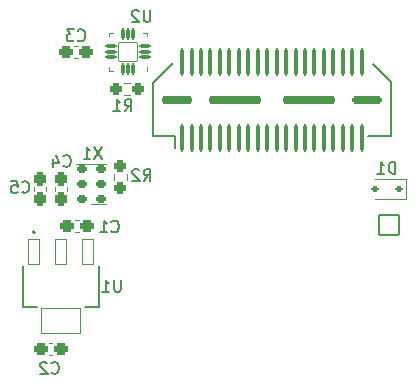
<source format=gbr>
%TF.GenerationSoftware,KiCad,Pcbnew,7.0.1*%
%TF.CreationDate,2023-09-03T17:39:56-04:00*%
%TF.ProjectId,syzygy-breakout-flash-1V8,73797a79-6779-42d6-9272-65616b6f7574,r1.0*%
%TF.SameCoordinates,PX66851e0PY4d70380*%
%TF.FileFunction,Legend,Bot*%
%TF.FilePolarity,Positive*%
%FSLAX46Y46*%
G04 Gerber Fmt 4.6, Leading zero omitted, Abs format (unit mm)*
G04 Created by KiCad (PCBNEW 7.0.1) date 2023-09-03 17:39:56*
%MOMM*%
%LPD*%
G01*
G04 APERTURE LIST*
G04 Aperture macros list*
%AMRoundRect*
0 Rectangle with rounded corners*
0 $1 Rounding radius*
0 $2 $3 $4 $5 $6 $7 $8 $9 X,Y pos of 4 corners*
0 Add a 4 corners polygon primitive as box body*
4,1,4,$2,$3,$4,$5,$6,$7,$8,$9,$2,$3,0*
0 Add four circle primitives for the rounded corners*
1,1,$1+$1,$2,$3*
1,1,$1+$1,$4,$5*
1,1,$1+$1,$6,$7*
1,1,$1+$1,$8,$9*
0 Add four rect primitives between the rounded corners*
20,1,$1+$1,$2,$3,$4,$5,0*
20,1,$1+$1,$4,$5,$6,$7,0*
20,1,$1+$1,$6,$7,$8,$9,0*
20,1,$1+$1,$8,$9,$2,$3,0*%
%AMFreePoly0*
4,1,27,0.394441,0.171933,0.429796,0.157288,0.457288,0.129796,0.471933,0.094441,0.475800,0.075000,0.475800,0.045711,0.471933,0.026270,0.457288,-0.009085,0.446276,-0.025565,0.325565,-0.146276,0.309085,-0.157288,0.273730,-0.171933,0.254289,-0.175800,-0.375000,-0.175800,-0.394441,-0.171933,-0.429796,-0.157288,-0.457288,-0.129796,-0.471933,-0.094441,-0.475800,-0.075000,-0.475800,0.075000,
-0.471933,0.094441,-0.457288,0.129796,-0.429796,0.157288,-0.394441,0.171933,-0.375000,0.175800,0.375000,0.175800,0.394441,0.171933,0.394441,0.171933,$1*%
%AMFreePoly1*
4,1,27,0.273730,0.171933,0.309085,0.157288,0.325565,0.146276,0.446276,0.025565,0.457288,0.009085,0.471933,-0.026270,0.475800,-0.045711,0.475800,-0.075000,0.471933,-0.094441,0.457288,-0.129796,0.429796,-0.157288,0.394441,-0.171933,0.375000,-0.175800,-0.375000,-0.175800,-0.394441,-0.171933,-0.429796,-0.157288,-0.457288,-0.129796,-0.471933,-0.094441,-0.475800,-0.075000,-0.475800,0.075000,
-0.471933,0.094441,-0.457288,0.129796,-0.429796,0.157288,-0.394441,0.171933,-0.375000,0.175800,0.254289,0.175800,0.273730,0.171933,0.273730,0.171933,$1*%
%AMFreePoly2*
4,1,27,0.094441,0.471933,0.129796,0.457288,0.157288,0.429796,0.171933,0.394441,0.175800,0.375000,0.175800,-0.375000,0.171933,-0.394441,0.157288,-0.429796,0.129796,-0.457288,0.094441,-0.471933,0.075000,-0.475800,0.045711,-0.475800,0.026270,-0.471933,-0.009085,-0.457288,-0.025565,-0.446276,-0.146276,-0.325565,-0.157288,-0.309085,-0.171933,-0.273730,-0.175800,-0.254289,-0.175800,0.375000,
-0.171933,0.394441,-0.157288,0.429796,-0.129796,0.457288,-0.094441,0.471933,-0.075000,0.475800,0.075000,0.475800,0.094441,0.471933,0.094441,0.471933,$1*%
%AMFreePoly3*
4,1,27,0.094441,0.471933,0.129796,0.457288,0.157288,0.429796,0.171933,0.394441,0.175800,0.375000,0.175800,-0.254289,0.171933,-0.273730,0.157288,-0.309085,0.146276,-0.325565,0.025565,-0.446276,0.009085,-0.457288,-0.026270,-0.471933,-0.045711,-0.475800,-0.075000,-0.475800,-0.094441,-0.471933,-0.129796,-0.457288,-0.157288,-0.429796,-0.171933,-0.394441,-0.175800,-0.375000,-0.175800,0.375000,
-0.171933,0.394441,-0.157288,0.429796,-0.129796,0.457288,-0.094441,0.471933,-0.075000,0.475800,0.075000,0.475800,0.094441,0.471933,0.094441,0.471933,$1*%
%AMFreePoly4*
4,1,27,0.394441,0.171933,0.429796,0.157288,0.457288,0.129796,0.471933,0.094441,0.475800,0.075000,0.475800,-0.075000,0.471933,-0.094441,0.457288,-0.129796,0.429796,-0.157288,0.394441,-0.171933,0.375000,-0.175800,-0.375000,-0.175800,-0.394441,-0.171933,-0.429796,-0.157288,-0.457288,-0.129796,-0.471933,-0.094441,-0.475800,-0.075000,-0.475800,-0.045711,-0.471933,-0.026271,-0.457288,0.009085,
-0.446276,0.025566,-0.325564,0.146276,-0.309084,0.157288,-0.273730,0.171933,-0.254289,0.175800,0.375000,0.175800,0.394441,0.171933,0.394441,0.171933,$1*%
%AMFreePoly5*
4,1,27,0.394441,0.171933,0.429796,0.157288,0.457288,0.129796,0.471933,0.094441,0.475800,0.075000,0.475800,-0.075000,0.471933,-0.094441,0.457288,-0.129796,0.429796,-0.157288,0.394441,-0.171933,0.375000,-0.175800,-0.254289,-0.175800,-0.273730,-0.171933,-0.309085,-0.157288,-0.325565,-0.146276,-0.446276,-0.025565,-0.457288,-0.009085,-0.471933,0.026270,-0.475800,0.045711,-0.475800,0.075000,
-0.471933,0.094441,-0.457288,0.129796,-0.429796,0.157288,-0.394441,0.171933,-0.375000,0.175800,0.375000,0.175800,0.394441,0.171933,0.394441,0.171933,$1*%
%AMFreePoly6*
4,1,27,-0.026270,0.471933,0.009085,0.457288,0.025565,0.446276,0.146276,0.325565,0.157288,0.309085,0.171933,0.273730,0.175800,0.254289,0.175800,-0.375000,0.171933,-0.394441,0.157288,-0.429796,0.129796,-0.457288,0.094441,-0.471933,0.075000,-0.475800,-0.075000,-0.475800,-0.094441,-0.471933,-0.129796,-0.457288,-0.157288,-0.429796,-0.171933,-0.394441,-0.175800,-0.375000,-0.175800,0.375000,
-0.171933,0.394441,-0.157288,0.429796,-0.129796,0.457288,-0.094441,0.471933,-0.075000,0.475800,-0.045711,0.475800,-0.026270,0.471933,-0.026270,0.471933,$1*%
%AMFreePoly7*
4,1,27,0.094441,0.471933,0.129796,0.457288,0.157288,0.429796,0.171933,0.394441,0.175800,0.375000,0.175800,-0.375000,0.171933,-0.394441,0.157288,-0.429796,0.129796,-0.457288,0.094441,-0.471933,0.075000,-0.475800,-0.075000,-0.475800,-0.094441,-0.471933,-0.129796,-0.457288,-0.157288,-0.429796,-0.171933,-0.394441,-0.175800,-0.375000,-0.175800,0.254289,-0.171933,0.273730,-0.157288,0.309085,
-0.146276,0.325565,-0.025565,0.446276,-0.009085,0.457288,0.026270,0.471933,0.045711,0.475800,0.075000,0.475800,0.094441,0.471933,0.094441,0.471933,$1*%
G04 Aperture macros list end*
%ADD10C,0.150000*%
%ADD11C,0.200000*%
%ADD12C,0.120000*%
%ADD13C,0.127000*%
%ADD14RoundRect,0.050800X-0.850000X-0.850000X0.850000X-0.850000X0.850000X0.850000X-0.850000X0.850000X0*%
%ADD15O,1.801600X1.801600*%
%ADD16RoundRect,0.050800X0.850000X0.850000X-0.850000X0.850000X-0.850000X-0.850000X0.850000X-0.850000X0*%
%ADD17C,6.301600*%
%ADD18C,1.051600*%
%ADD19RoundRect,0.110800X0.090000X1.040000X-0.090000X1.040000X-0.090000X-1.040000X0.090000X-1.040000X0*%
%ADD20RoundRect,0.150800X-1.100000X0.150000X-1.100000X-0.150000X1.100000X-0.150000X1.100000X0.150000X0*%
%ADD21RoundRect,0.150800X-2.075000X0.150000X-2.075000X-0.150000X2.075000X-0.150000X2.075000X0.150000X0*%
%ADD22RoundRect,0.150800X-1.150000X0.150000X-1.150000X-0.150000X1.150000X-0.150000X1.150000X0.150000X0*%
%ADD23RoundRect,0.288300X0.237500X-0.300000X0.237500X0.300000X-0.237500X0.300000X-0.237500X-0.300000X0*%
%ADD24RoundRect,0.288300X-0.250000X-0.237500X0.250000X-0.237500X0.250000X0.237500X-0.250000X0.237500X0*%
%ADD25RoundRect,0.163300X0.187500X0.112500X-0.187500X0.112500X-0.187500X-0.112500X0.187500X-0.112500X0*%
%ADD26RoundRect,0.288300X-0.300000X-0.237500X0.300000X-0.237500X0.300000X0.237500X-0.300000X0.237500X0*%
%ADD27RoundRect,0.200800X-0.250000X-0.150000X0.250000X-0.150000X0.250000X0.150000X-0.250000X0.150000X0*%
%ADD28RoundRect,0.288300X0.300000X0.237500X-0.300000X0.237500X-0.300000X-0.237500X0.300000X-0.237500X0*%
%ADD29RoundRect,0.050800X-0.475000X-1.075000X0.475000X-1.075000X0.475000X1.075000X-0.475000X1.075000X0*%
%ADD30RoundRect,0.050800X-1.625000X-1.075000X1.625000X-1.075000X1.625000X1.075000X-1.625000X1.075000X0*%
%ADD31RoundRect,0.288300X0.237500X-0.250000X0.237500X0.250000X-0.237500X0.250000X-0.237500X-0.250000X0*%
%ADD32FreePoly0,90.000000*%
%ADD33RoundRect,0.113300X0.062500X-0.362500X0.062500X0.362500X-0.062500X0.362500X-0.062500X-0.362500X0*%
%ADD34FreePoly1,90.000000*%
%ADD35FreePoly2,90.000000*%
%ADD36RoundRect,0.113300X0.362500X-0.062500X0.362500X0.062500X-0.362500X0.062500X-0.362500X-0.062500X0*%
%ADD37FreePoly3,90.000000*%
%ADD38FreePoly4,90.000000*%
%ADD39FreePoly5,90.000000*%
%ADD40FreePoly6,90.000000*%
%ADD41FreePoly7,90.000000*%
%ADD42RoundRect,0.050800X0.800000X-0.800000X0.800000X0.800000X-0.800000X0.800000X-0.800000X-0.800000X0*%
G04 APERTURE END LIST*
D10*
X1327866Y-17058980D02*
X1375485Y-17106600D01*
X1375485Y-17106600D02*
X1518342Y-17154219D01*
X1518342Y-17154219D02*
X1613580Y-17154219D01*
X1613580Y-17154219D02*
X1756437Y-17106600D01*
X1756437Y-17106600D02*
X1851675Y-17011361D01*
X1851675Y-17011361D02*
X1899294Y-16916123D01*
X1899294Y-16916123D02*
X1946913Y-16725647D01*
X1946913Y-16725647D02*
X1946913Y-16582790D01*
X1946913Y-16582790D02*
X1899294Y-16392314D01*
X1899294Y-16392314D02*
X1851675Y-16297076D01*
X1851675Y-16297076D02*
X1756437Y-16201838D01*
X1756437Y-16201838D02*
X1613580Y-16154219D01*
X1613580Y-16154219D02*
X1518342Y-16154219D01*
X1518342Y-16154219D02*
X1375485Y-16201838D01*
X1375485Y-16201838D02*
X1327866Y-16249457D01*
X423104Y-16154219D02*
X899294Y-16154219D01*
X899294Y-16154219D02*
X946913Y-16630409D01*
X946913Y-16630409D02*
X899294Y-16582790D01*
X899294Y-16582790D02*
X804056Y-16535171D01*
X804056Y-16535171D02*
X565961Y-16535171D01*
X565961Y-16535171D02*
X470723Y-16582790D01*
X470723Y-16582790D02*
X423104Y-16630409D01*
X423104Y-16630409D02*
X375485Y-16725647D01*
X375485Y-16725647D02*
X375485Y-16963742D01*
X375485Y-16963742D02*
X423104Y-17058980D01*
X423104Y-17058980D02*
X470723Y-17106600D01*
X470723Y-17106600D02*
X565961Y-17154219D01*
X565961Y-17154219D02*
X804056Y-17154219D01*
X804056Y-17154219D02*
X899294Y-17106600D01*
X899294Y-17106600D02*
X946913Y-17058980D01*
X10014666Y-10256619D02*
X10347999Y-9780428D01*
X10586094Y-10256619D02*
X10586094Y-9256619D01*
X10586094Y-9256619D02*
X10205142Y-9256619D01*
X10205142Y-9256619D02*
X10109904Y-9304238D01*
X10109904Y-9304238D02*
X10062285Y-9351857D01*
X10062285Y-9351857D02*
X10014666Y-9447095D01*
X10014666Y-9447095D02*
X10014666Y-9589952D01*
X10014666Y-9589952D02*
X10062285Y-9685190D01*
X10062285Y-9685190D02*
X10109904Y-9732809D01*
X10109904Y-9732809D02*
X10205142Y-9780428D01*
X10205142Y-9780428D02*
X10586094Y-9780428D01*
X9062285Y-10256619D02*
X9633713Y-10256619D01*
X9347999Y-10256619D02*
X9347999Y-9256619D01*
X9347999Y-9256619D02*
X9443237Y-9399476D01*
X9443237Y-9399476D02*
X9538475Y-9494714D01*
X9538475Y-9494714D02*
X9633713Y-9542333D01*
X32938094Y-15528619D02*
X32938094Y-14528619D01*
X32938094Y-14528619D02*
X32699999Y-14528619D01*
X32699999Y-14528619D02*
X32557142Y-14576238D01*
X32557142Y-14576238D02*
X32461904Y-14671476D01*
X32461904Y-14671476D02*
X32414285Y-14766714D01*
X32414285Y-14766714D02*
X32366666Y-14957190D01*
X32366666Y-14957190D02*
X32366666Y-15100047D01*
X32366666Y-15100047D02*
X32414285Y-15290523D01*
X32414285Y-15290523D02*
X32461904Y-15385761D01*
X32461904Y-15385761D02*
X32557142Y-15481000D01*
X32557142Y-15481000D02*
X32699999Y-15528619D01*
X32699999Y-15528619D02*
X32938094Y-15528619D01*
X31414285Y-15528619D02*
X31985713Y-15528619D01*
X31699999Y-15528619D02*
X31699999Y-14528619D01*
X31699999Y-14528619D02*
X31795237Y-14671476D01*
X31795237Y-14671476D02*
X31890475Y-14766714D01*
X31890475Y-14766714D02*
X31985713Y-14814333D01*
X8897066Y-20411780D02*
X8944685Y-20459400D01*
X8944685Y-20459400D02*
X9087542Y-20507019D01*
X9087542Y-20507019D02*
X9182780Y-20507019D01*
X9182780Y-20507019D02*
X9325637Y-20459400D01*
X9325637Y-20459400D02*
X9420875Y-20364161D01*
X9420875Y-20364161D02*
X9468494Y-20268923D01*
X9468494Y-20268923D02*
X9516113Y-20078447D01*
X9516113Y-20078447D02*
X9516113Y-19935590D01*
X9516113Y-19935590D02*
X9468494Y-19745114D01*
X9468494Y-19745114D02*
X9420875Y-19649876D01*
X9420875Y-19649876D02*
X9325637Y-19554638D01*
X9325637Y-19554638D02*
X9182780Y-19507019D01*
X9182780Y-19507019D02*
X9087542Y-19507019D01*
X9087542Y-19507019D02*
X8944685Y-19554638D01*
X8944685Y-19554638D02*
X8897066Y-19602257D01*
X7944685Y-20507019D02*
X8516113Y-20507019D01*
X8230399Y-20507019D02*
X8230399Y-19507019D01*
X8230399Y-19507019D02*
X8325637Y-19649876D01*
X8325637Y-19649876D02*
X8420875Y-19745114D01*
X8420875Y-19745114D02*
X8516113Y-19792733D01*
X4833066Y-14874580D02*
X4880685Y-14922200D01*
X4880685Y-14922200D02*
X5023542Y-14969819D01*
X5023542Y-14969819D02*
X5118780Y-14969819D01*
X5118780Y-14969819D02*
X5261637Y-14922200D01*
X5261637Y-14922200D02*
X5356875Y-14826961D01*
X5356875Y-14826961D02*
X5404494Y-14731723D01*
X5404494Y-14731723D02*
X5452113Y-14541247D01*
X5452113Y-14541247D02*
X5452113Y-14398390D01*
X5452113Y-14398390D02*
X5404494Y-14207914D01*
X5404494Y-14207914D02*
X5356875Y-14112676D01*
X5356875Y-14112676D02*
X5261637Y-14017438D01*
X5261637Y-14017438D02*
X5118780Y-13969819D01*
X5118780Y-13969819D02*
X5023542Y-13969819D01*
X5023542Y-13969819D02*
X4880685Y-14017438D01*
X4880685Y-14017438D02*
X4833066Y-14065057D01*
X3975923Y-14303152D02*
X3975923Y-14969819D01*
X4214018Y-13922200D02*
X4452113Y-14636485D01*
X4452113Y-14636485D02*
X3833066Y-14636485D01*
X8120323Y-13284019D02*
X7453657Y-14284019D01*
X7453657Y-13284019D02*
X8120323Y-14284019D01*
X6548895Y-14284019D02*
X7120323Y-14284019D01*
X6834609Y-14284019D02*
X6834609Y-13284019D01*
X6834609Y-13284019D02*
X6929847Y-13426876D01*
X6929847Y-13426876D02*
X7025085Y-13522114D01*
X7025085Y-13522114D02*
X7120323Y-13569733D01*
X3817066Y-32400580D02*
X3864685Y-32448200D01*
X3864685Y-32448200D02*
X4007542Y-32495819D01*
X4007542Y-32495819D02*
X4102780Y-32495819D01*
X4102780Y-32495819D02*
X4245637Y-32448200D01*
X4245637Y-32448200D02*
X4340875Y-32352961D01*
X4340875Y-32352961D02*
X4388494Y-32257723D01*
X4388494Y-32257723D02*
X4436113Y-32067247D01*
X4436113Y-32067247D02*
X4436113Y-31924390D01*
X4436113Y-31924390D02*
X4388494Y-31733914D01*
X4388494Y-31733914D02*
X4340875Y-31638676D01*
X4340875Y-31638676D02*
X4245637Y-31543438D01*
X4245637Y-31543438D02*
X4102780Y-31495819D01*
X4102780Y-31495819D02*
X4007542Y-31495819D01*
X4007542Y-31495819D02*
X3864685Y-31543438D01*
X3864685Y-31543438D02*
X3817066Y-31591057D01*
X3436113Y-31591057D02*
X3388494Y-31543438D01*
X3388494Y-31543438D02*
X3293256Y-31495819D01*
X3293256Y-31495819D02*
X3055161Y-31495819D01*
X3055161Y-31495819D02*
X2959923Y-31543438D01*
X2959923Y-31543438D02*
X2912304Y-31591057D01*
X2912304Y-31591057D02*
X2864685Y-31686295D01*
X2864685Y-31686295D02*
X2864685Y-31781533D01*
X2864685Y-31781533D02*
X2912304Y-31924390D01*
X2912304Y-31924390D02*
X3483732Y-32495819D01*
X3483732Y-32495819D02*
X2864685Y-32495819D01*
X6042766Y-4225780D02*
X6090385Y-4273400D01*
X6090385Y-4273400D02*
X6233242Y-4321019D01*
X6233242Y-4321019D02*
X6328480Y-4321019D01*
X6328480Y-4321019D02*
X6471337Y-4273400D01*
X6471337Y-4273400D02*
X6566575Y-4178161D01*
X6566575Y-4178161D02*
X6614194Y-4082923D01*
X6614194Y-4082923D02*
X6661813Y-3892447D01*
X6661813Y-3892447D02*
X6661813Y-3749590D01*
X6661813Y-3749590D02*
X6614194Y-3559114D01*
X6614194Y-3559114D02*
X6566575Y-3463876D01*
X6566575Y-3463876D02*
X6471337Y-3368638D01*
X6471337Y-3368638D02*
X6328480Y-3321019D01*
X6328480Y-3321019D02*
X6233242Y-3321019D01*
X6233242Y-3321019D02*
X6090385Y-3368638D01*
X6090385Y-3368638D02*
X6042766Y-3416257D01*
X5709432Y-3321019D02*
X5090385Y-3321019D01*
X5090385Y-3321019D02*
X5423718Y-3701971D01*
X5423718Y-3701971D02*
X5280861Y-3701971D01*
X5280861Y-3701971D02*
X5185623Y-3749590D01*
X5185623Y-3749590D02*
X5138004Y-3797209D01*
X5138004Y-3797209D02*
X5090385Y-3892447D01*
X5090385Y-3892447D02*
X5090385Y-4130542D01*
X5090385Y-4130542D02*
X5138004Y-4225780D01*
X5138004Y-4225780D02*
X5185623Y-4273400D01*
X5185623Y-4273400D02*
X5280861Y-4321019D01*
X5280861Y-4321019D02*
X5566575Y-4321019D01*
X5566575Y-4321019D02*
X5661813Y-4273400D01*
X5661813Y-4273400D02*
X5709432Y-4225780D01*
X9695504Y-24532219D02*
X9695504Y-25341742D01*
X9695504Y-25341742D02*
X9647885Y-25436980D01*
X9647885Y-25436980D02*
X9600266Y-25484600D01*
X9600266Y-25484600D02*
X9505028Y-25532219D01*
X9505028Y-25532219D02*
X9314552Y-25532219D01*
X9314552Y-25532219D02*
X9219314Y-25484600D01*
X9219314Y-25484600D02*
X9171695Y-25436980D01*
X9171695Y-25436980D02*
X9124076Y-25341742D01*
X9124076Y-25341742D02*
X9124076Y-24532219D01*
X8124076Y-25532219D02*
X8695504Y-25532219D01*
X8409790Y-25532219D02*
X8409790Y-24532219D01*
X8409790Y-24532219D02*
X8505028Y-24675076D01*
X8505028Y-24675076D02*
X8600266Y-24770314D01*
X8600266Y-24770314D02*
X8695504Y-24817933D01*
X11617637Y-16159819D02*
X11950970Y-15683628D01*
X12189065Y-16159819D02*
X12189065Y-15159819D01*
X12189065Y-15159819D02*
X11808113Y-15159819D01*
X11808113Y-15159819D02*
X11712875Y-15207438D01*
X11712875Y-15207438D02*
X11665256Y-15255057D01*
X11665256Y-15255057D02*
X11617637Y-15350295D01*
X11617637Y-15350295D02*
X11617637Y-15493152D01*
X11617637Y-15493152D02*
X11665256Y-15588390D01*
X11665256Y-15588390D02*
X11712875Y-15636009D01*
X11712875Y-15636009D02*
X11808113Y-15683628D01*
X11808113Y-15683628D02*
X12189065Y-15683628D01*
X11236684Y-15255057D02*
X11189065Y-15207438D01*
X11189065Y-15207438D02*
X11093827Y-15159819D01*
X11093827Y-15159819D02*
X10855732Y-15159819D01*
X10855732Y-15159819D02*
X10760494Y-15207438D01*
X10760494Y-15207438D02*
X10712875Y-15255057D01*
X10712875Y-15255057D02*
X10665256Y-15350295D01*
X10665256Y-15350295D02*
X10665256Y-15445533D01*
X10665256Y-15445533D02*
X10712875Y-15588390D01*
X10712875Y-15588390D02*
X11284303Y-16159819D01*
X11284303Y-16159819D02*
X10665256Y-16159819D01*
X12187504Y-1687419D02*
X12187504Y-2496942D01*
X12187504Y-2496942D02*
X12139885Y-2592180D01*
X12139885Y-2592180D02*
X12092266Y-2639800D01*
X12092266Y-2639800D02*
X11997028Y-2687419D01*
X11997028Y-2687419D02*
X11806552Y-2687419D01*
X11806552Y-2687419D02*
X11711314Y-2639800D01*
X11711314Y-2639800D02*
X11663695Y-2592180D01*
X11663695Y-2592180D02*
X11616076Y-2496942D01*
X11616076Y-2496942D02*
X11616076Y-1687419D01*
X11187504Y-1782657D02*
X11139885Y-1735038D01*
X11139885Y-1735038D02*
X11044647Y-1687419D01*
X11044647Y-1687419D02*
X10806552Y-1687419D01*
X10806552Y-1687419D02*
X10711314Y-1735038D01*
X10711314Y-1735038D02*
X10663695Y-1782657D01*
X10663695Y-1782657D02*
X10616076Y-1877895D01*
X10616076Y-1877895D02*
X10616076Y-1973133D01*
X10616076Y-1973133D02*
X10663695Y-2115990D01*
X10663695Y-2115990D02*
X11235123Y-2687419D01*
X11235123Y-2687419D02*
X10616076Y-2687419D01*
D11*
X32582000Y-12386000D02*
X30582000Y-12386000D01*
X32582000Y-7786000D02*
X32582000Y-12286000D01*
X31082000Y-6286000D02*
X32582000Y-7786000D01*
X14282000Y-13386000D02*
X14282000Y-12386000D01*
X14282000Y-12386000D02*
X12382000Y-12386000D01*
X12382000Y-12386000D02*
X12382000Y-7886000D01*
X12382000Y-7886000D02*
X14082000Y-6186000D01*
D12*
X2375200Y-16970167D02*
X2375200Y-16677633D01*
X3395200Y-16970167D02*
X3395200Y-16677633D01*
X9950776Y-7849300D02*
X10460224Y-7849300D01*
X9950776Y-8894300D02*
X10460224Y-8894300D01*
X33844000Y-17694000D02*
X31184000Y-17694000D01*
X33844000Y-15994000D02*
X33844000Y-17694000D01*
X33844000Y-15994000D02*
X31184000Y-15994000D01*
X5840933Y-19483600D02*
X6133467Y-19483600D01*
X5840933Y-20503600D02*
X6133467Y-20503600D01*
X4152100Y-16965967D02*
X4152100Y-16673433D01*
X5172100Y-16965967D02*
X5172100Y-16673433D01*
X5935100Y-14722200D02*
X8435100Y-14722200D01*
X7185100Y-18142200D02*
X8435100Y-18142200D01*
X3899367Y-30866800D02*
X3606833Y-30866800D01*
X3899367Y-29846800D02*
X3606833Y-29846800D01*
X6026267Y-5740000D02*
X5733733Y-5740000D01*
X6026267Y-4720000D02*
X5733733Y-4720000D01*
D13*
X7865600Y-23344600D02*
X7865600Y-26844600D01*
X1365600Y-23344600D02*
X1365600Y-26844600D01*
X7865600Y-26844600D02*
X6625600Y-26844600D01*
X1365600Y-26844600D02*
X2605600Y-26844600D01*
D11*
X2415600Y-20494600D02*
G75*
G03*
X2415600Y-20494600I-100000J0D01*
G01*
D12*
X9136200Y-16055424D02*
X9136200Y-15545976D01*
X10181200Y-16055424D02*
X10181200Y-15545976D01*
X8698000Y-6813000D02*
X9023000Y-6813000D01*
X8698000Y-6488000D02*
X8698000Y-6813000D01*
X11918000Y-6488000D02*
X11918000Y-6813000D01*
X8698000Y-3918000D02*
X8698000Y-3593000D01*
X11918000Y-3918000D02*
X11918000Y-3593000D01*
X8698000Y-3593000D02*
X9023000Y-3593000D01*
X11918000Y-3593000D02*
X11593000Y-3593000D01*
%LPC*%
D14*
X40534000Y-34427000D03*
D15*
X40534000Y-36967000D03*
D14*
X30120000Y-50180000D03*
D15*
X30120000Y-52720000D03*
X30120000Y-55260000D03*
X30120000Y-57800000D03*
X30120000Y-60340000D03*
X30120000Y-62880000D03*
X30120000Y-65420000D03*
X30120000Y-67960000D03*
X30120000Y-70500000D03*
X30120000Y-73040000D03*
X30120000Y-75580000D03*
X30120000Y-78120000D03*
X30120000Y-80660000D03*
X30120000Y-83200000D03*
D14*
X36298000Y-19892000D03*
D15*
X36298000Y-22432000D03*
X36298000Y-24972000D03*
X36298000Y-27512000D03*
D14*
X32368300Y-19864400D03*
D15*
X32368300Y-22404400D03*
X32368300Y-24944400D03*
D16*
X14877200Y-83200000D03*
D15*
X14877200Y-80660000D03*
X14877200Y-78120000D03*
X14877200Y-75580000D03*
X14877200Y-73040000D03*
X14877200Y-70500000D03*
X14877200Y-67960000D03*
X14877200Y-65420000D03*
X14877200Y-62880000D03*
X14877200Y-60340000D03*
X14877200Y-57800000D03*
X14877200Y-55260000D03*
X14877200Y-52720000D03*
X14877200Y-50180000D03*
D14*
X38248000Y-50180000D03*
D15*
X38248000Y-52720000D03*
X38248000Y-55260000D03*
X38248000Y-57800000D03*
X38248000Y-60340000D03*
X38248000Y-62880000D03*
X38248000Y-65420000D03*
X38248000Y-67960000D03*
X38248000Y-70500000D03*
X38248000Y-73040000D03*
X38248000Y-75580000D03*
X38248000Y-78120000D03*
X38248000Y-80660000D03*
X38248000Y-83200000D03*
D16*
X6749200Y-83290400D03*
D15*
X6749200Y-80750400D03*
X6749200Y-78210400D03*
X6749200Y-75670400D03*
X6749200Y-73130400D03*
X6749200Y-70590400D03*
X6749200Y-68050400D03*
X6749200Y-65510400D03*
X6749200Y-62970400D03*
X6749200Y-60430400D03*
X6749200Y-57890400D03*
X6749200Y-55350400D03*
X6749200Y-52810400D03*
X6749200Y-50270400D03*
D17*
X39482000Y-9286000D03*
D18*
X31722000Y-11436000D03*
X13242000Y-11436000D03*
D17*
X5482000Y-9286000D03*
D19*
X14882000Y-12486000D03*
X14882000Y-6086000D03*
X15682000Y-12486000D03*
X15682000Y-6086000D03*
X16482000Y-12486000D03*
X16482000Y-6086000D03*
X17282000Y-12486000D03*
X17282000Y-6086000D03*
X18082000Y-12486000D03*
X18082000Y-6086000D03*
X18882000Y-12486000D03*
X18882000Y-6086000D03*
X19682000Y-12486000D03*
X19682000Y-6086000D03*
X20482000Y-12486000D03*
X20482000Y-6086000D03*
X21282000Y-12486000D03*
X21282000Y-6086000D03*
X22082000Y-12486000D03*
X22082000Y-6086000D03*
X22882000Y-12486000D03*
X22882000Y-6086000D03*
X23682000Y-12486000D03*
X23682000Y-6086000D03*
X24482000Y-12486000D03*
X24482000Y-6086000D03*
X25282000Y-12486000D03*
X25282000Y-6086000D03*
X26082000Y-12486000D03*
X26082000Y-6086000D03*
X26882000Y-12486000D03*
X26882000Y-6086000D03*
X27682000Y-12486000D03*
X27682000Y-6086000D03*
X28482000Y-12486000D03*
X28482000Y-6086000D03*
X29282000Y-12486000D03*
X29282000Y-6086000D03*
X30082000Y-12486000D03*
X30082000Y-6086000D03*
D20*
X30532000Y-9286000D03*
D21*
X25632000Y-9286000D03*
X19332000Y-9286000D03*
D22*
X14432000Y-9286000D03*
D23*
X2885200Y-17686400D03*
X2885200Y-15961400D03*
D24*
X9293000Y-8371800D03*
X11118000Y-8371800D03*
D25*
X33284000Y-16844000D03*
X31184000Y-16844000D03*
D26*
X5124700Y-19993600D03*
X6849700Y-19993600D03*
D23*
X4662100Y-17682200D03*
X4662100Y-15957200D03*
D27*
X6360100Y-17682200D03*
X6360100Y-16432200D03*
X6360100Y-15182200D03*
X8010100Y-15182200D03*
X8010100Y-16432200D03*
X8010100Y-17682200D03*
D28*
X4615600Y-30356800D03*
X2890600Y-30356800D03*
X6742500Y-5230000D03*
X5017500Y-5230000D03*
D29*
X2315600Y-22194600D03*
X4615600Y-22194600D03*
X6915600Y-22194600D03*
D30*
X4615600Y-27994600D03*
D31*
X9658700Y-16713200D03*
X9658700Y-14888200D03*
D32*
X11208000Y-6653000D03*
D33*
X10758000Y-6653000D03*
X10308000Y-6653000D03*
X9858000Y-6653000D03*
D34*
X9408000Y-6653000D03*
D35*
X8858000Y-6103000D03*
D36*
X8858000Y-5653000D03*
X8858000Y-5203000D03*
X8858000Y-4753000D03*
D37*
X8858000Y-4303000D03*
D38*
X9408000Y-3753000D03*
D33*
X9858000Y-3753000D03*
X10308000Y-3753000D03*
X10758000Y-3753000D03*
D39*
X11208000Y-3753000D03*
D40*
X11758000Y-4303000D03*
D36*
X11758000Y-4753000D03*
X11758000Y-5203000D03*
X11758000Y-5653000D03*
D41*
X11758000Y-6103000D03*
D42*
X10308000Y-5203000D03*
M02*

</source>
